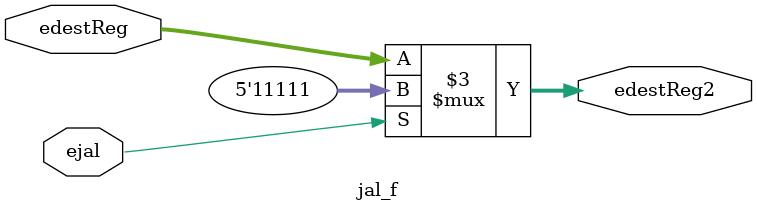
<source format=v>
`timescale 1ns / 1ps

module jal_f(

    input wire [4:0] edestReg,
    input wire ejal,
    output reg [4:0] edestReg2
);
    always @(*)
        begin
            if(ejal) begin edestReg2 = 5'd31; end
            else begin edestReg2 = edestReg; end
           
        end
endmodule

</source>
